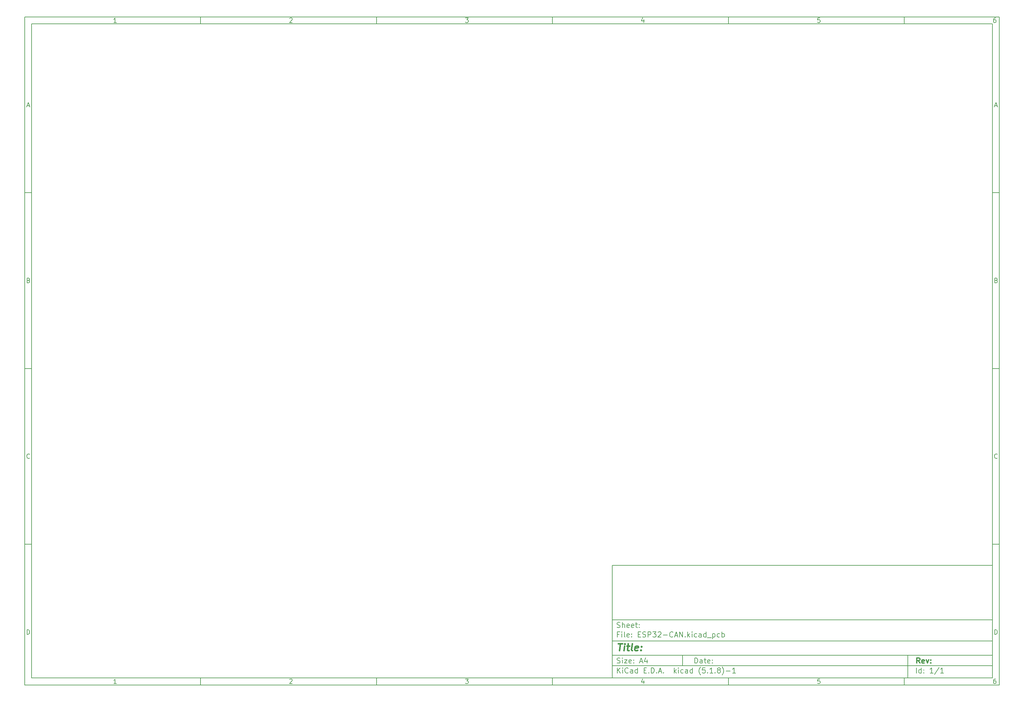
<source format=gbr>
G04 #@! TF.GenerationSoftware,KiCad,Pcbnew,(5.1.8)-1*
G04 #@! TF.CreationDate,2021-04-07T18:57:30+08:00*
G04 #@! TF.ProjectId,ESP32-CAN,45535033-322d-4434-914e-2e6b69636164,rev?*
G04 #@! TF.SameCoordinates,Original*
G04 #@! TF.FileFunction,Other,ECO1*
%FSLAX46Y46*%
G04 Gerber Fmt 4.6, Leading zero omitted, Abs format (unit mm)*
G04 Created by KiCad (PCBNEW (5.1.8)-1) date 2021-04-07 18:57:30*
%MOMM*%
%LPD*%
G01*
G04 APERTURE LIST*
%ADD10C,0.100000*%
%ADD11C,0.150000*%
%ADD12C,0.300000*%
%ADD13C,0.400000*%
G04 APERTURE END LIST*
D10*
D11*
X177002200Y-166007200D02*
X177002200Y-198007200D01*
X285002200Y-198007200D01*
X285002200Y-166007200D01*
X177002200Y-166007200D01*
D10*
D11*
X10000000Y-10000000D02*
X10000000Y-200007200D01*
X287002200Y-200007200D01*
X287002200Y-10000000D01*
X10000000Y-10000000D01*
D10*
D11*
X12000000Y-12000000D02*
X12000000Y-198007200D01*
X285002200Y-198007200D01*
X285002200Y-12000000D01*
X12000000Y-12000000D01*
D10*
D11*
X60000000Y-12000000D02*
X60000000Y-10000000D01*
D10*
D11*
X110000000Y-12000000D02*
X110000000Y-10000000D01*
D10*
D11*
X160000000Y-12000000D02*
X160000000Y-10000000D01*
D10*
D11*
X210000000Y-12000000D02*
X210000000Y-10000000D01*
D10*
D11*
X260000000Y-12000000D02*
X260000000Y-10000000D01*
D10*
D11*
X36065476Y-11588095D02*
X35322619Y-11588095D01*
X35694047Y-11588095D02*
X35694047Y-10288095D01*
X35570238Y-10473809D01*
X35446428Y-10597619D01*
X35322619Y-10659523D01*
D10*
D11*
X85322619Y-10411904D02*
X85384523Y-10350000D01*
X85508333Y-10288095D01*
X85817857Y-10288095D01*
X85941666Y-10350000D01*
X86003571Y-10411904D01*
X86065476Y-10535714D01*
X86065476Y-10659523D01*
X86003571Y-10845238D01*
X85260714Y-11588095D01*
X86065476Y-11588095D01*
D10*
D11*
X135260714Y-10288095D02*
X136065476Y-10288095D01*
X135632142Y-10783333D01*
X135817857Y-10783333D01*
X135941666Y-10845238D01*
X136003571Y-10907142D01*
X136065476Y-11030952D01*
X136065476Y-11340476D01*
X136003571Y-11464285D01*
X135941666Y-11526190D01*
X135817857Y-11588095D01*
X135446428Y-11588095D01*
X135322619Y-11526190D01*
X135260714Y-11464285D01*
D10*
D11*
X185941666Y-10721428D02*
X185941666Y-11588095D01*
X185632142Y-10226190D02*
X185322619Y-11154761D01*
X186127380Y-11154761D01*
D10*
D11*
X236003571Y-10288095D02*
X235384523Y-10288095D01*
X235322619Y-10907142D01*
X235384523Y-10845238D01*
X235508333Y-10783333D01*
X235817857Y-10783333D01*
X235941666Y-10845238D01*
X236003571Y-10907142D01*
X236065476Y-11030952D01*
X236065476Y-11340476D01*
X236003571Y-11464285D01*
X235941666Y-11526190D01*
X235817857Y-11588095D01*
X235508333Y-11588095D01*
X235384523Y-11526190D01*
X235322619Y-11464285D01*
D10*
D11*
X285941666Y-10288095D02*
X285694047Y-10288095D01*
X285570238Y-10350000D01*
X285508333Y-10411904D01*
X285384523Y-10597619D01*
X285322619Y-10845238D01*
X285322619Y-11340476D01*
X285384523Y-11464285D01*
X285446428Y-11526190D01*
X285570238Y-11588095D01*
X285817857Y-11588095D01*
X285941666Y-11526190D01*
X286003571Y-11464285D01*
X286065476Y-11340476D01*
X286065476Y-11030952D01*
X286003571Y-10907142D01*
X285941666Y-10845238D01*
X285817857Y-10783333D01*
X285570238Y-10783333D01*
X285446428Y-10845238D01*
X285384523Y-10907142D01*
X285322619Y-11030952D01*
D10*
D11*
X60000000Y-198007200D02*
X60000000Y-200007200D01*
D10*
D11*
X110000000Y-198007200D02*
X110000000Y-200007200D01*
D10*
D11*
X160000000Y-198007200D02*
X160000000Y-200007200D01*
D10*
D11*
X210000000Y-198007200D02*
X210000000Y-200007200D01*
D10*
D11*
X260000000Y-198007200D02*
X260000000Y-200007200D01*
D10*
D11*
X36065476Y-199595295D02*
X35322619Y-199595295D01*
X35694047Y-199595295D02*
X35694047Y-198295295D01*
X35570238Y-198481009D01*
X35446428Y-198604819D01*
X35322619Y-198666723D01*
D10*
D11*
X85322619Y-198419104D02*
X85384523Y-198357200D01*
X85508333Y-198295295D01*
X85817857Y-198295295D01*
X85941666Y-198357200D01*
X86003571Y-198419104D01*
X86065476Y-198542914D01*
X86065476Y-198666723D01*
X86003571Y-198852438D01*
X85260714Y-199595295D01*
X86065476Y-199595295D01*
D10*
D11*
X135260714Y-198295295D02*
X136065476Y-198295295D01*
X135632142Y-198790533D01*
X135817857Y-198790533D01*
X135941666Y-198852438D01*
X136003571Y-198914342D01*
X136065476Y-199038152D01*
X136065476Y-199347676D01*
X136003571Y-199471485D01*
X135941666Y-199533390D01*
X135817857Y-199595295D01*
X135446428Y-199595295D01*
X135322619Y-199533390D01*
X135260714Y-199471485D01*
D10*
D11*
X185941666Y-198728628D02*
X185941666Y-199595295D01*
X185632142Y-198233390D02*
X185322619Y-199161961D01*
X186127380Y-199161961D01*
D10*
D11*
X236003571Y-198295295D02*
X235384523Y-198295295D01*
X235322619Y-198914342D01*
X235384523Y-198852438D01*
X235508333Y-198790533D01*
X235817857Y-198790533D01*
X235941666Y-198852438D01*
X236003571Y-198914342D01*
X236065476Y-199038152D01*
X236065476Y-199347676D01*
X236003571Y-199471485D01*
X235941666Y-199533390D01*
X235817857Y-199595295D01*
X235508333Y-199595295D01*
X235384523Y-199533390D01*
X235322619Y-199471485D01*
D10*
D11*
X285941666Y-198295295D02*
X285694047Y-198295295D01*
X285570238Y-198357200D01*
X285508333Y-198419104D01*
X285384523Y-198604819D01*
X285322619Y-198852438D01*
X285322619Y-199347676D01*
X285384523Y-199471485D01*
X285446428Y-199533390D01*
X285570238Y-199595295D01*
X285817857Y-199595295D01*
X285941666Y-199533390D01*
X286003571Y-199471485D01*
X286065476Y-199347676D01*
X286065476Y-199038152D01*
X286003571Y-198914342D01*
X285941666Y-198852438D01*
X285817857Y-198790533D01*
X285570238Y-198790533D01*
X285446428Y-198852438D01*
X285384523Y-198914342D01*
X285322619Y-199038152D01*
D10*
D11*
X10000000Y-60000000D02*
X12000000Y-60000000D01*
D10*
D11*
X10000000Y-110000000D02*
X12000000Y-110000000D01*
D10*
D11*
X10000000Y-160000000D02*
X12000000Y-160000000D01*
D10*
D11*
X10690476Y-35216666D02*
X11309523Y-35216666D01*
X10566666Y-35588095D02*
X11000000Y-34288095D01*
X11433333Y-35588095D01*
D10*
D11*
X11092857Y-84907142D02*
X11278571Y-84969047D01*
X11340476Y-85030952D01*
X11402380Y-85154761D01*
X11402380Y-85340476D01*
X11340476Y-85464285D01*
X11278571Y-85526190D01*
X11154761Y-85588095D01*
X10659523Y-85588095D01*
X10659523Y-84288095D01*
X11092857Y-84288095D01*
X11216666Y-84350000D01*
X11278571Y-84411904D01*
X11340476Y-84535714D01*
X11340476Y-84659523D01*
X11278571Y-84783333D01*
X11216666Y-84845238D01*
X11092857Y-84907142D01*
X10659523Y-84907142D01*
D10*
D11*
X11402380Y-135464285D02*
X11340476Y-135526190D01*
X11154761Y-135588095D01*
X11030952Y-135588095D01*
X10845238Y-135526190D01*
X10721428Y-135402380D01*
X10659523Y-135278571D01*
X10597619Y-135030952D01*
X10597619Y-134845238D01*
X10659523Y-134597619D01*
X10721428Y-134473809D01*
X10845238Y-134350000D01*
X11030952Y-134288095D01*
X11154761Y-134288095D01*
X11340476Y-134350000D01*
X11402380Y-134411904D01*
D10*
D11*
X10659523Y-185588095D02*
X10659523Y-184288095D01*
X10969047Y-184288095D01*
X11154761Y-184350000D01*
X11278571Y-184473809D01*
X11340476Y-184597619D01*
X11402380Y-184845238D01*
X11402380Y-185030952D01*
X11340476Y-185278571D01*
X11278571Y-185402380D01*
X11154761Y-185526190D01*
X10969047Y-185588095D01*
X10659523Y-185588095D01*
D10*
D11*
X287002200Y-60000000D02*
X285002200Y-60000000D01*
D10*
D11*
X287002200Y-110000000D02*
X285002200Y-110000000D01*
D10*
D11*
X287002200Y-160000000D02*
X285002200Y-160000000D01*
D10*
D11*
X285692676Y-35216666D02*
X286311723Y-35216666D01*
X285568866Y-35588095D02*
X286002200Y-34288095D01*
X286435533Y-35588095D01*
D10*
D11*
X286095057Y-84907142D02*
X286280771Y-84969047D01*
X286342676Y-85030952D01*
X286404580Y-85154761D01*
X286404580Y-85340476D01*
X286342676Y-85464285D01*
X286280771Y-85526190D01*
X286156961Y-85588095D01*
X285661723Y-85588095D01*
X285661723Y-84288095D01*
X286095057Y-84288095D01*
X286218866Y-84350000D01*
X286280771Y-84411904D01*
X286342676Y-84535714D01*
X286342676Y-84659523D01*
X286280771Y-84783333D01*
X286218866Y-84845238D01*
X286095057Y-84907142D01*
X285661723Y-84907142D01*
D10*
D11*
X286404580Y-135464285D02*
X286342676Y-135526190D01*
X286156961Y-135588095D01*
X286033152Y-135588095D01*
X285847438Y-135526190D01*
X285723628Y-135402380D01*
X285661723Y-135278571D01*
X285599819Y-135030952D01*
X285599819Y-134845238D01*
X285661723Y-134597619D01*
X285723628Y-134473809D01*
X285847438Y-134350000D01*
X286033152Y-134288095D01*
X286156961Y-134288095D01*
X286342676Y-134350000D01*
X286404580Y-134411904D01*
D10*
D11*
X285661723Y-185588095D02*
X285661723Y-184288095D01*
X285971247Y-184288095D01*
X286156961Y-184350000D01*
X286280771Y-184473809D01*
X286342676Y-184597619D01*
X286404580Y-184845238D01*
X286404580Y-185030952D01*
X286342676Y-185278571D01*
X286280771Y-185402380D01*
X286156961Y-185526190D01*
X285971247Y-185588095D01*
X285661723Y-185588095D01*
D10*
D11*
X200434342Y-193785771D02*
X200434342Y-192285771D01*
X200791485Y-192285771D01*
X201005771Y-192357200D01*
X201148628Y-192500057D01*
X201220057Y-192642914D01*
X201291485Y-192928628D01*
X201291485Y-193142914D01*
X201220057Y-193428628D01*
X201148628Y-193571485D01*
X201005771Y-193714342D01*
X200791485Y-193785771D01*
X200434342Y-193785771D01*
X202577200Y-193785771D02*
X202577200Y-193000057D01*
X202505771Y-192857200D01*
X202362914Y-192785771D01*
X202077200Y-192785771D01*
X201934342Y-192857200D01*
X202577200Y-193714342D02*
X202434342Y-193785771D01*
X202077200Y-193785771D01*
X201934342Y-193714342D01*
X201862914Y-193571485D01*
X201862914Y-193428628D01*
X201934342Y-193285771D01*
X202077200Y-193214342D01*
X202434342Y-193214342D01*
X202577200Y-193142914D01*
X203077200Y-192785771D02*
X203648628Y-192785771D01*
X203291485Y-192285771D02*
X203291485Y-193571485D01*
X203362914Y-193714342D01*
X203505771Y-193785771D01*
X203648628Y-193785771D01*
X204720057Y-193714342D02*
X204577200Y-193785771D01*
X204291485Y-193785771D01*
X204148628Y-193714342D01*
X204077200Y-193571485D01*
X204077200Y-193000057D01*
X204148628Y-192857200D01*
X204291485Y-192785771D01*
X204577200Y-192785771D01*
X204720057Y-192857200D01*
X204791485Y-193000057D01*
X204791485Y-193142914D01*
X204077200Y-193285771D01*
X205434342Y-193642914D02*
X205505771Y-193714342D01*
X205434342Y-193785771D01*
X205362914Y-193714342D01*
X205434342Y-193642914D01*
X205434342Y-193785771D01*
X205434342Y-192857200D02*
X205505771Y-192928628D01*
X205434342Y-193000057D01*
X205362914Y-192928628D01*
X205434342Y-192857200D01*
X205434342Y-193000057D01*
D10*
D11*
X177002200Y-194507200D02*
X285002200Y-194507200D01*
D10*
D11*
X178434342Y-196585771D02*
X178434342Y-195085771D01*
X179291485Y-196585771D02*
X178648628Y-195728628D01*
X179291485Y-195085771D02*
X178434342Y-195942914D01*
X179934342Y-196585771D02*
X179934342Y-195585771D01*
X179934342Y-195085771D02*
X179862914Y-195157200D01*
X179934342Y-195228628D01*
X180005771Y-195157200D01*
X179934342Y-195085771D01*
X179934342Y-195228628D01*
X181505771Y-196442914D02*
X181434342Y-196514342D01*
X181220057Y-196585771D01*
X181077200Y-196585771D01*
X180862914Y-196514342D01*
X180720057Y-196371485D01*
X180648628Y-196228628D01*
X180577200Y-195942914D01*
X180577200Y-195728628D01*
X180648628Y-195442914D01*
X180720057Y-195300057D01*
X180862914Y-195157200D01*
X181077200Y-195085771D01*
X181220057Y-195085771D01*
X181434342Y-195157200D01*
X181505771Y-195228628D01*
X182791485Y-196585771D02*
X182791485Y-195800057D01*
X182720057Y-195657200D01*
X182577200Y-195585771D01*
X182291485Y-195585771D01*
X182148628Y-195657200D01*
X182791485Y-196514342D02*
X182648628Y-196585771D01*
X182291485Y-196585771D01*
X182148628Y-196514342D01*
X182077200Y-196371485D01*
X182077200Y-196228628D01*
X182148628Y-196085771D01*
X182291485Y-196014342D01*
X182648628Y-196014342D01*
X182791485Y-195942914D01*
X184148628Y-196585771D02*
X184148628Y-195085771D01*
X184148628Y-196514342D02*
X184005771Y-196585771D01*
X183720057Y-196585771D01*
X183577200Y-196514342D01*
X183505771Y-196442914D01*
X183434342Y-196300057D01*
X183434342Y-195871485D01*
X183505771Y-195728628D01*
X183577200Y-195657200D01*
X183720057Y-195585771D01*
X184005771Y-195585771D01*
X184148628Y-195657200D01*
X186005771Y-195800057D02*
X186505771Y-195800057D01*
X186720057Y-196585771D02*
X186005771Y-196585771D01*
X186005771Y-195085771D01*
X186720057Y-195085771D01*
X187362914Y-196442914D02*
X187434342Y-196514342D01*
X187362914Y-196585771D01*
X187291485Y-196514342D01*
X187362914Y-196442914D01*
X187362914Y-196585771D01*
X188077200Y-196585771D02*
X188077200Y-195085771D01*
X188434342Y-195085771D01*
X188648628Y-195157200D01*
X188791485Y-195300057D01*
X188862914Y-195442914D01*
X188934342Y-195728628D01*
X188934342Y-195942914D01*
X188862914Y-196228628D01*
X188791485Y-196371485D01*
X188648628Y-196514342D01*
X188434342Y-196585771D01*
X188077200Y-196585771D01*
X189577200Y-196442914D02*
X189648628Y-196514342D01*
X189577200Y-196585771D01*
X189505771Y-196514342D01*
X189577200Y-196442914D01*
X189577200Y-196585771D01*
X190220057Y-196157200D02*
X190934342Y-196157200D01*
X190077200Y-196585771D02*
X190577200Y-195085771D01*
X191077200Y-196585771D01*
X191577200Y-196442914D02*
X191648628Y-196514342D01*
X191577200Y-196585771D01*
X191505771Y-196514342D01*
X191577200Y-196442914D01*
X191577200Y-196585771D01*
X194577200Y-196585771D02*
X194577200Y-195085771D01*
X194720057Y-196014342D02*
X195148628Y-196585771D01*
X195148628Y-195585771D02*
X194577200Y-196157200D01*
X195791485Y-196585771D02*
X195791485Y-195585771D01*
X195791485Y-195085771D02*
X195720057Y-195157200D01*
X195791485Y-195228628D01*
X195862914Y-195157200D01*
X195791485Y-195085771D01*
X195791485Y-195228628D01*
X197148628Y-196514342D02*
X197005771Y-196585771D01*
X196720057Y-196585771D01*
X196577200Y-196514342D01*
X196505771Y-196442914D01*
X196434342Y-196300057D01*
X196434342Y-195871485D01*
X196505771Y-195728628D01*
X196577200Y-195657200D01*
X196720057Y-195585771D01*
X197005771Y-195585771D01*
X197148628Y-195657200D01*
X198434342Y-196585771D02*
X198434342Y-195800057D01*
X198362914Y-195657200D01*
X198220057Y-195585771D01*
X197934342Y-195585771D01*
X197791485Y-195657200D01*
X198434342Y-196514342D02*
X198291485Y-196585771D01*
X197934342Y-196585771D01*
X197791485Y-196514342D01*
X197720057Y-196371485D01*
X197720057Y-196228628D01*
X197791485Y-196085771D01*
X197934342Y-196014342D01*
X198291485Y-196014342D01*
X198434342Y-195942914D01*
X199791485Y-196585771D02*
X199791485Y-195085771D01*
X199791485Y-196514342D02*
X199648628Y-196585771D01*
X199362914Y-196585771D01*
X199220057Y-196514342D01*
X199148628Y-196442914D01*
X199077200Y-196300057D01*
X199077200Y-195871485D01*
X199148628Y-195728628D01*
X199220057Y-195657200D01*
X199362914Y-195585771D01*
X199648628Y-195585771D01*
X199791485Y-195657200D01*
X202077200Y-197157200D02*
X202005771Y-197085771D01*
X201862914Y-196871485D01*
X201791485Y-196728628D01*
X201720057Y-196514342D01*
X201648628Y-196157200D01*
X201648628Y-195871485D01*
X201720057Y-195514342D01*
X201791485Y-195300057D01*
X201862914Y-195157200D01*
X202005771Y-194942914D01*
X202077200Y-194871485D01*
X203362914Y-195085771D02*
X202648628Y-195085771D01*
X202577200Y-195800057D01*
X202648628Y-195728628D01*
X202791485Y-195657200D01*
X203148628Y-195657200D01*
X203291485Y-195728628D01*
X203362914Y-195800057D01*
X203434342Y-195942914D01*
X203434342Y-196300057D01*
X203362914Y-196442914D01*
X203291485Y-196514342D01*
X203148628Y-196585771D01*
X202791485Y-196585771D01*
X202648628Y-196514342D01*
X202577200Y-196442914D01*
X204077200Y-196442914D02*
X204148628Y-196514342D01*
X204077200Y-196585771D01*
X204005771Y-196514342D01*
X204077200Y-196442914D01*
X204077200Y-196585771D01*
X205577200Y-196585771D02*
X204720057Y-196585771D01*
X205148628Y-196585771D02*
X205148628Y-195085771D01*
X205005771Y-195300057D01*
X204862914Y-195442914D01*
X204720057Y-195514342D01*
X206220057Y-196442914D02*
X206291485Y-196514342D01*
X206220057Y-196585771D01*
X206148628Y-196514342D01*
X206220057Y-196442914D01*
X206220057Y-196585771D01*
X207148628Y-195728628D02*
X207005771Y-195657200D01*
X206934342Y-195585771D01*
X206862914Y-195442914D01*
X206862914Y-195371485D01*
X206934342Y-195228628D01*
X207005771Y-195157200D01*
X207148628Y-195085771D01*
X207434342Y-195085771D01*
X207577200Y-195157200D01*
X207648628Y-195228628D01*
X207720057Y-195371485D01*
X207720057Y-195442914D01*
X207648628Y-195585771D01*
X207577200Y-195657200D01*
X207434342Y-195728628D01*
X207148628Y-195728628D01*
X207005771Y-195800057D01*
X206934342Y-195871485D01*
X206862914Y-196014342D01*
X206862914Y-196300057D01*
X206934342Y-196442914D01*
X207005771Y-196514342D01*
X207148628Y-196585771D01*
X207434342Y-196585771D01*
X207577200Y-196514342D01*
X207648628Y-196442914D01*
X207720057Y-196300057D01*
X207720057Y-196014342D01*
X207648628Y-195871485D01*
X207577200Y-195800057D01*
X207434342Y-195728628D01*
X208220057Y-197157200D02*
X208291485Y-197085771D01*
X208434342Y-196871485D01*
X208505771Y-196728628D01*
X208577200Y-196514342D01*
X208648628Y-196157200D01*
X208648628Y-195871485D01*
X208577200Y-195514342D01*
X208505771Y-195300057D01*
X208434342Y-195157200D01*
X208291485Y-194942914D01*
X208220057Y-194871485D01*
X209362914Y-196014342D02*
X210505771Y-196014342D01*
X212005771Y-196585771D02*
X211148628Y-196585771D01*
X211577200Y-196585771D02*
X211577200Y-195085771D01*
X211434342Y-195300057D01*
X211291485Y-195442914D01*
X211148628Y-195514342D01*
D10*
D11*
X177002200Y-191507200D02*
X285002200Y-191507200D01*
D10*
D12*
X264411485Y-193785771D02*
X263911485Y-193071485D01*
X263554342Y-193785771D02*
X263554342Y-192285771D01*
X264125771Y-192285771D01*
X264268628Y-192357200D01*
X264340057Y-192428628D01*
X264411485Y-192571485D01*
X264411485Y-192785771D01*
X264340057Y-192928628D01*
X264268628Y-193000057D01*
X264125771Y-193071485D01*
X263554342Y-193071485D01*
X265625771Y-193714342D02*
X265482914Y-193785771D01*
X265197200Y-193785771D01*
X265054342Y-193714342D01*
X264982914Y-193571485D01*
X264982914Y-193000057D01*
X265054342Y-192857200D01*
X265197200Y-192785771D01*
X265482914Y-192785771D01*
X265625771Y-192857200D01*
X265697200Y-193000057D01*
X265697200Y-193142914D01*
X264982914Y-193285771D01*
X266197200Y-192785771D02*
X266554342Y-193785771D01*
X266911485Y-192785771D01*
X267482914Y-193642914D02*
X267554342Y-193714342D01*
X267482914Y-193785771D01*
X267411485Y-193714342D01*
X267482914Y-193642914D01*
X267482914Y-193785771D01*
X267482914Y-192857200D02*
X267554342Y-192928628D01*
X267482914Y-193000057D01*
X267411485Y-192928628D01*
X267482914Y-192857200D01*
X267482914Y-193000057D01*
D10*
D11*
X178362914Y-193714342D02*
X178577200Y-193785771D01*
X178934342Y-193785771D01*
X179077200Y-193714342D01*
X179148628Y-193642914D01*
X179220057Y-193500057D01*
X179220057Y-193357200D01*
X179148628Y-193214342D01*
X179077200Y-193142914D01*
X178934342Y-193071485D01*
X178648628Y-193000057D01*
X178505771Y-192928628D01*
X178434342Y-192857200D01*
X178362914Y-192714342D01*
X178362914Y-192571485D01*
X178434342Y-192428628D01*
X178505771Y-192357200D01*
X178648628Y-192285771D01*
X179005771Y-192285771D01*
X179220057Y-192357200D01*
X179862914Y-193785771D02*
X179862914Y-192785771D01*
X179862914Y-192285771D02*
X179791485Y-192357200D01*
X179862914Y-192428628D01*
X179934342Y-192357200D01*
X179862914Y-192285771D01*
X179862914Y-192428628D01*
X180434342Y-192785771D02*
X181220057Y-192785771D01*
X180434342Y-193785771D01*
X181220057Y-193785771D01*
X182362914Y-193714342D02*
X182220057Y-193785771D01*
X181934342Y-193785771D01*
X181791485Y-193714342D01*
X181720057Y-193571485D01*
X181720057Y-193000057D01*
X181791485Y-192857200D01*
X181934342Y-192785771D01*
X182220057Y-192785771D01*
X182362914Y-192857200D01*
X182434342Y-193000057D01*
X182434342Y-193142914D01*
X181720057Y-193285771D01*
X183077200Y-193642914D02*
X183148628Y-193714342D01*
X183077200Y-193785771D01*
X183005771Y-193714342D01*
X183077200Y-193642914D01*
X183077200Y-193785771D01*
X183077200Y-192857200D02*
X183148628Y-192928628D01*
X183077200Y-193000057D01*
X183005771Y-192928628D01*
X183077200Y-192857200D01*
X183077200Y-193000057D01*
X184862914Y-193357200D02*
X185577200Y-193357200D01*
X184720057Y-193785771D02*
X185220057Y-192285771D01*
X185720057Y-193785771D01*
X186862914Y-192785771D02*
X186862914Y-193785771D01*
X186505771Y-192214342D02*
X186148628Y-193285771D01*
X187077200Y-193285771D01*
D10*
D11*
X263434342Y-196585771D02*
X263434342Y-195085771D01*
X264791485Y-196585771D02*
X264791485Y-195085771D01*
X264791485Y-196514342D02*
X264648628Y-196585771D01*
X264362914Y-196585771D01*
X264220057Y-196514342D01*
X264148628Y-196442914D01*
X264077200Y-196300057D01*
X264077200Y-195871485D01*
X264148628Y-195728628D01*
X264220057Y-195657200D01*
X264362914Y-195585771D01*
X264648628Y-195585771D01*
X264791485Y-195657200D01*
X265505771Y-196442914D02*
X265577200Y-196514342D01*
X265505771Y-196585771D01*
X265434342Y-196514342D01*
X265505771Y-196442914D01*
X265505771Y-196585771D01*
X265505771Y-195657200D02*
X265577200Y-195728628D01*
X265505771Y-195800057D01*
X265434342Y-195728628D01*
X265505771Y-195657200D01*
X265505771Y-195800057D01*
X268148628Y-196585771D02*
X267291485Y-196585771D01*
X267720057Y-196585771D02*
X267720057Y-195085771D01*
X267577200Y-195300057D01*
X267434342Y-195442914D01*
X267291485Y-195514342D01*
X269862914Y-195014342D02*
X268577200Y-196942914D01*
X271148628Y-196585771D02*
X270291485Y-196585771D01*
X270720057Y-196585771D02*
X270720057Y-195085771D01*
X270577200Y-195300057D01*
X270434342Y-195442914D01*
X270291485Y-195514342D01*
D10*
D11*
X177002200Y-187507200D02*
X285002200Y-187507200D01*
D10*
D13*
X178714580Y-188211961D02*
X179857438Y-188211961D01*
X179036009Y-190211961D02*
X179286009Y-188211961D01*
X180274104Y-190211961D02*
X180440771Y-188878628D01*
X180524104Y-188211961D02*
X180416961Y-188307200D01*
X180500295Y-188402438D01*
X180607438Y-188307200D01*
X180524104Y-188211961D01*
X180500295Y-188402438D01*
X181107438Y-188878628D02*
X181869342Y-188878628D01*
X181476485Y-188211961D02*
X181262200Y-189926247D01*
X181333628Y-190116723D01*
X181512200Y-190211961D01*
X181702676Y-190211961D01*
X182655057Y-190211961D02*
X182476485Y-190116723D01*
X182405057Y-189926247D01*
X182619342Y-188211961D01*
X184190771Y-190116723D02*
X183988390Y-190211961D01*
X183607438Y-190211961D01*
X183428866Y-190116723D01*
X183357438Y-189926247D01*
X183452676Y-189164342D01*
X183571723Y-188973866D01*
X183774104Y-188878628D01*
X184155057Y-188878628D01*
X184333628Y-188973866D01*
X184405057Y-189164342D01*
X184381247Y-189354819D01*
X183405057Y-189545295D01*
X185155057Y-190021485D02*
X185238390Y-190116723D01*
X185131247Y-190211961D01*
X185047914Y-190116723D01*
X185155057Y-190021485D01*
X185131247Y-190211961D01*
X185286009Y-188973866D02*
X185369342Y-189069104D01*
X185262200Y-189164342D01*
X185178866Y-189069104D01*
X185286009Y-188973866D01*
X185262200Y-189164342D01*
D10*
D11*
X178934342Y-185600057D02*
X178434342Y-185600057D01*
X178434342Y-186385771D02*
X178434342Y-184885771D01*
X179148628Y-184885771D01*
X179720057Y-186385771D02*
X179720057Y-185385771D01*
X179720057Y-184885771D02*
X179648628Y-184957200D01*
X179720057Y-185028628D01*
X179791485Y-184957200D01*
X179720057Y-184885771D01*
X179720057Y-185028628D01*
X180648628Y-186385771D02*
X180505771Y-186314342D01*
X180434342Y-186171485D01*
X180434342Y-184885771D01*
X181791485Y-186314342D02*
X181648628Y-186385771D01*
X181362914Y-186385771D01*
X181220057Y-186314342D01*
X181148628Y-186171485D01*
X181148628Y-185600057D01*
X181220057Y-185457200D01*
X181362914Y-185385771D01*
X181648628Y-185385771D01*
X181791485Y-185457200D01*
X181862914Y-185600057D01*
X181862914Y-185742914D01*
X181148628Y-185885771D01*
X182505771Y-186242914D02*
X182577200Y-186314342D01*
X182505771Y-186385771D01*
X182434342Y-186314342D01*
X182505771Y-186242914D01*
X182505771Y-186385771D01*
X182505771Y-185457200D02*
X182577200Y-185528628D01*
X182505771Y-185600057D01*
X182434342Y-185528628D01*
X182505771Y-185457200D01*
X182505771Y-185600057D01*
X184362914Y-185600057D02*
X184862914Y-185600057D01*
X185077200Y-186385771D02*
X184362914Y-186385771D01*
X184362914Y-184885771D01*
X185077200Y-184885771D01*
X185648628Y-186314342D02*
X185862914Y-186385771D01*
X186220057Y-186385771D01*
X186362914Y-186314342D01*
X186434342Y-186242914D01*
X186505771Y-186100057D01*
X186505771Y-185957200D01*
X186434342Y-185814342D01*
X186362914Y-185742914D01*
X186220057Y-185671485D01*
X185934342Y-185600057D01*
X185791485Y-185528628D01*
X185720057Y-185457200D01*
X185648628Y-185314342D01*
X185648628Y-185171485D01*
X185720057Y-185028628D01*
X185791485Y-184957200D01*
X185934342Y-184885771D01*
X186291485Y-184885771D01*
X186505771Y-184957200D01*
X187148628Y-186385771D02*
X187148628Y-184885771D01*
X187720057Y-184885771D01*
X187862914Y-184957200D01*
X187934342Y-185028628D01*
X188005771Y-185171485D01*
X188005771Y-185385771D01*
X187934342Y-185528628D01*
X187862914Y-185600057D01*
X187720057Y-185671485D01*
X187148628Y-185671485D01*
X188505771Y-184885771D02*
X189434342Y-184885771D01*
X188934342Y-185457200D01*
X189148628Y-185457200D01*
X189291485Y-185528628D01*
X189362914Y-185600057D01*
X189434342Y-185742914D01*
X189434342Y-186100057D01*
X189362914Y-186242914D01*
X189291485Y-186314342D01*
X189148628Y-186385771D01*
X188720057Y-186385771D01*
X188577200Y-186314342D01*
X188505771Y-186242914D01*
X190005771Y-185028628D02*
X190077200Y-184957200D01*
X190220057Y-184885771D01*
X190577200Y-184885771D01*
X190720057Y-184957200D01*
X190791485Y-185028628D01*
X190862914Y-185171485D01*
X190862914Y-185314342D01*
X190791485Y-185528628D01*
X189934342Y-186385771D01*
X190862914Y-186385771D01*
X191505771Y-185814342D02*
X192648628Y-185814342D01*
X194220057Y-186242914D02*
X194148628Y-186314342D01*
X193934342Y-186385771D01*
X193791485Y-186385771D01*
X193577200Y-186314342D01*
X193434342Y-186171485D01*
X193362914Y-186028628D01*
X193291485Y-185742914D01*
X193291485Y-185528628D01*
X193362914Y-185242914D01*
X193434342Y-185100057D01*
X193577200Y-184957200D01*
X193791485Y-184885771D01*
X193934342Y-184885771D01*
X194148628Y-184957200D01*
X194220057Y-185028628D01*
X194791485Y-185957200D02*
X195505771Y-185957200D01*
X194648628Y-186385771D02*
X195148628Y-184885771D01*
X195648628Y-186385771D01*
X196148628Y-186385771D02*
X196148628Y-184885771D01*
X197005771Y-186385771D01*
X197005771Y-184885771D01*
X197720057Y-186242914D02*
X197791485Y-186314342D01*
X197720057Y-186385771D01*
X197648628Y-186314342D01*
X197720057Y-186242914D01*
X197720057Y-186385771D01*
X198434342Y-186385771D02*
X198434342Y-184885771D01*
X198577200Y-185814342D02*
X199005771Y-186385771D01*
X199005771Y-185385771D02*
X198434342Y-185957200D01*
X199648628Y-186385771D02*
X199648628Y-185385771D01*
X199648628Y-184885771D02*
X199577200Y-184957200D01*
X199648628Y-185028628D01*
X199720057Y-184957200D01*
X199648628Y-184885771D01*
X199648628Y-185028628D01*
X201005771Y-186314342D02*
X200862914Y-186385771D01*
X200577200Y-186385771D01*
X200434342Y-186314342D01*
X200362914Y-186242914D01*
X200291485Y-186100057D01*
X200291485Y-185671485D01*
X200362914Y-185528628D01*
X200434342Y-185457200D01*
X200577200Y-185385771D01*
X200862914Y-185385771D01*
X201005771Y-185457200D01*
X202291485Y-186385771D02*
X202291485Y-185600057D01*
X202220057Y-185457200D01*
X202077200Y-185385771D01*
X201791485Y-185385771D01*
X201648628Y-185457200D01*
X202291485Y-186314342D02*
X202148628Y-186385771D01*
X201791485Y-186385771D01*
X201648628Y-186314342D01*
X201577200Y-186171485D01*
X201577200Y-186028628D01*
X201648628Y-185885771D01*
X201791485Y-185814342D01*
X202148628Y-185814342D01*
X202291485Y-185742914D01*
X203648628Y-186385771D02*
X203648628Y-184885771D01*
X203648628Y-186314342D02*
X203505771Y-186385771D01*
X203220057Y-186385771D01*
X203077200Y-186314342D01*
X203005771Y-186242914D01*
X202934342Y-186100057D01*
X202934342Y-185671485D01*
X203005771Y-185528628D01*
X203077200Y-185457200D01*
X203220057Y-185385771D01*
X203505771Y-185385771D01*
X203648628Y-185457200D01*
X204005771Y-186528628D02*
X205148628Y-186528628D01*
X205505771Y-185385771D02*
X205505771Y-186885771D01*
X205505771Y-185457200D02*
X205648628Y-185385771D01*
X205934342Y-185385771D01*
X206077200Y-185457200D01*
X206148628Y-185528628D01*
X206220057Y-185671485D01*
X206220057Y-186100057D01*
X206148628Y-186242914D01*
X206077200Y-186314342D01*
X205934342Y-186385771D01*
X205648628Y-186385771D01*
X205505771Y-186314342D01*
X207505771Y-186314342D02*
X207362914Y-186385771D01*
X207077200Y-186385771D01*
X206934342Y-186314342D01*
X206862914Y-186242914D01*
X206791485Y-186100057D01*
X206791485Y-185671485D01*
X206862914Y-185528628D01*
X206934342Y-185457200D01*
X207077200Y-185385771D01*
X207362914Y-185385771D01*
X207505771Y-185457200D01*
X208148628Y-186385771D02*
X208148628Y-184885771D01*
X208148628Y-185457200D02*
X208291485Y-185385771D01*
X208577200Y-185385771D01*
X208720057Y-185457200D01*
X208791485Y-185528628D01*
X208862914Y-185671485D01*
X208862914Y-186100057D01*
X208791485Y-186242914D01*
X208720057Y-186314342D01*
X208577200Y-186385771D01*
X208291485Y-186385771D01*
X208148628Y-186314342D01*
D10*
D11*
X177002200Y-181507200D02*
X285002200Y-181507200D01*
D10*
D11*
X178362914Y-183614342D02*
X178577200Y-183685771D01*
X178934342Y-183685771D01*
X179077200Y-183614342D01*
X179148628Y-183542914D01*
X179220057Y-183400057D01*
X179220057Y-183257200D01*
X179148628Y-183114342D01*
X179077200Y-183042914D01*
X178934342Y-182971485D01*
X178648628Y-182900057D01*
X178505771Y-182828628D01*
X178434342Y-182757200D01*
X178362914Y-182614342D01*
X178362914Y-182471485D01*
X178434342Y-182328628D01*
X178505771Y-182257200D01*
X178648628Y-182185771D01*
X179005771Y-182185771D01*
X179220057Y-182257200D01*
X179862914Y-183685771D02*
X179862914Y-182185771D01*
X180505771Y-183685771D02*
X180505771Y-182900057D01*
X180434342Y-182757200D01*
X180291485Y-182685771D01*
X180077200Y-182685771D01*
X179934342Y-182757200D01*
X179862914Y-182828628D01*
X181791485Y-183614342D02*
X181648628Y-183685771D01*
X181362914Y-183685771D01*
X181220057Y-183614342D01*
X181148628Y-183471485D01*
X181148628Y-182900057D01*
X181220057Y-182757200D01*
X181362914Y-182685771D01*
X181648628Y-182685771D01*
X181791485Y-182757200D01*
X181862914Y-182900057D01*
X181862914Y-183042914D01*
X181148628Y-183185771D01*
X183077200Y-183614342D02*
X182934342Y-183685771D01*
X182648628Y-183685771D01*
X182505771Y-183614342D01*
X182434342Y-183471485D01*
X182434342Y-182900057D01*
X182505771Y-182757200D01*
X182648628Y-182685771D01*
X182934342Y-182685771D01*
X183077200Y-182757200D01*
X183148628Y-182900057D01*
X183148628Y-183042914D01*
X182434342Y-183185771D01*
X183577200Y-182685771D02*
X184148628Y-182685771D01*
X183791485Y-182185771D02*
X183791485Y-183471485D01*
X183862914Y-183614342D01*
X184005771Y-183685771D01*
X184148628Y-183685771D01*
X184648628Y-183542914D02*
X184720057Y-183614342D01*
X184648628Y-183685771D01*
X184577200Y-183614342D01*
X184648628Y-183542914D01*
X184648628Y-183685771D01*
X184648628Y-182757200D02*
X184720057Y-182828628D01*
X184648628Y-182900057D01*
X184577200Y-182828628D01*
X184648628Y-182757200D01*
X184648628Y-182900057D01*
D10*
D11*
X197002200Y-191507200D02*
X197002200Y-194507200D01*
D10*
D11*
X261002200Y-191507200D02*
X261002200Y-198007200D01*
M02*

</source>
